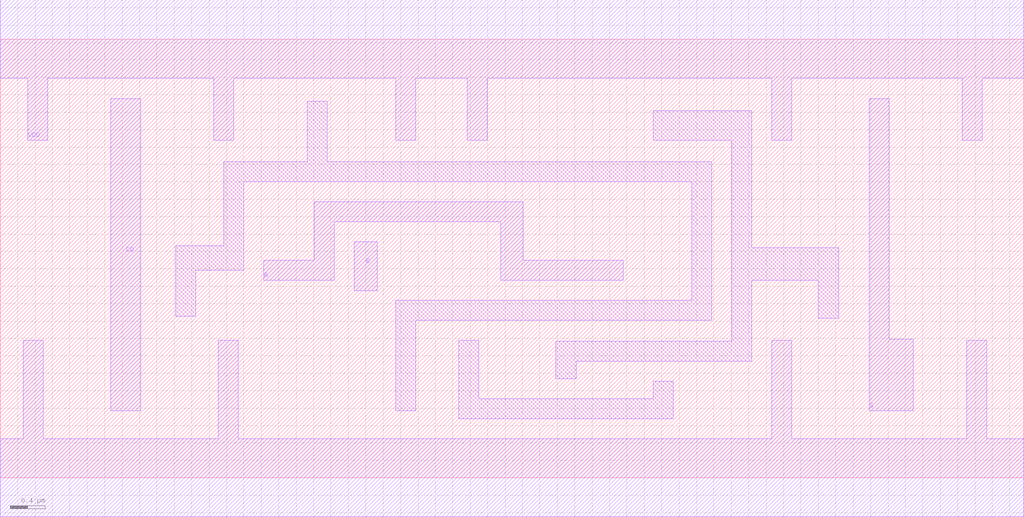
<source format=lef>
# Copyright 2022 GlobalFoundries PDK Authors
#
# Licensed under the Apache License, Version 2.0 (the "License");
# you may not use this file except in compliance with the License.
# You may obtain a copy of the License at
#
#      http://www.apache.org/licenses/LICENSE-2.0
#
# Unless required by applicable law or agreed to in writing, software
# distributed under the License is distributed on an "AS IS" BASIS,
# WITHOUT WARRANTIES OR CONDITIONS OF ANY KIND, either express or implied.
# See the License for the specific language governing permissions and
# limitations under the License.

MACRO gf180mcu_fd_sc_mcu9t5v0__addh_2
  CLASS core ;
  FOREIGN gf180mcu_fd_sc_mcu9t5v0__addh_2 0.0 0.0 ;
  ORIGIN 0 0 ;
  SYMMETRY X Y ;
  SITE GF018hv5v_green_sc9 ;
  SIZE 11.76 BY 5.04 ;
  PIN A
    DIRECTION INPUT ;
    ANTENNAGATEAREA 3.414 ;
    PORT
      LAYER Metal1 ;
        POLYGON 3.03 2.27 3.84 2.27 3.84 2.94 5.75 2.94 5.75 2.27 7.16 2.27 7.16 2.5 6.01 2.5 6.01 3.17 3.61 3.17 3.61 2.5 3.03 2.5  ;
    END
  END A
  PIN B
    DIRECTION INPUT ;
    ANTENNAGATEAREA 3.414 ;
    PORT
      LAYER Metal1 ;
        POLYGON 4.07 2.15 4.33 2.15 4.33 2.71 4.07 2.71  ;
    END
  END B
  PIN CO
    DIRECTION OUTPUT ;
    ANTENNADIFFAREA 1.821 ;
    PORT
      LAYER Metal1 ;
        POLYGON 1.27 0.77 1.615 0.77 1.615 4.355 1.27 4.355  ;
    END
  END CO
  PIN S
    DIRECTION OUTPUT ;
    ANTENNADIFFAREA 1.7295 ;
    PORT
      LAYER Metal1 ;
        POLYGON 9.985 0.77 10.49 0.77 10.49 1.59 10.215 1.59 10.215 4.355 9.985 4.355  ;
    END
  END S
  PIN VDD
    DIRECTION INOUT ;
    USE power ;
    SHAPE ABUTMENT ;
    PORT
      LAYER Metal1 ;
        POLYGON 0 4.59 0.315 4.59 0.315 3.875 0.545 3.875 0.545 4.59 2.455 4.59 2.455 3.875 2.685 3.875 2.685 4.59 4.545 4.59 4.545 3.875 4.775 3.875 4.775 4.59 5.365 4.59 5.365 3.875 5.595 3.875 5.595 4.59 8.865 4.59 8.865 3.875 9.095 3.875 9.095 4.59 9.635 4.59 11.055 4.59 11.055 3.875 11.285 3.875 11.285 4.59 11.76 4.59 11.76 5.49 9.635 5.49 0 5.49  ;
    END
  END VDD
  PIN VSS
    DIRECTION INOUT ;
    USE ground ;
    SHAPE ABUTMENT ;
    PORT
      LAYER Metal1 ;
        POLYGON 0 -0.45 11.76 -0.45 11.76 0.45 11.335 0.45 11.335 1.58 11.105 1.58 11.105 0.45 9.095 0.45 9.095 1.58 8.865 1.58 8.865 0.45 2.735 0.45 2.735 1.58 2.505 1.58 2.505 0.45 0.495 0.45 0.495 1.58 0.265 1.58 0.265 0.45 0 0.45  ;
    END
  END VSS
  OBS
      LAYER Metal1 ;
        POLYGON 5.265 0.68 7.735 0.68 7.735 1.11 7.505 1.11 7.505 0.91 5.495 0.91 5.495 1.58 5.265 1.58  ;
        POLYGON 2.015 1.855 2.245 1.855 2.245 2.385 2.8 2.385 2.8 3.4 7.945 3.4 7.945 2.04 4.545 2.04 4.545 0.77 4.775 0.77 4.775 1.81 8.175 1.81 8.175 3.63 3.755 3.63 3.755 4.325 3.525 4.325 3.525 3.63 2.57 3.63 2.57 2.665 2.015 2.665  ;
        POLYGON 7.505 3.875 8.405 3.875 8.405 1.57 6.385 1.57 6.385 1.14 6.615 1.14 6.615 1.34 8.635 1.34 8.635 2.27 9.4 2.27 9.4 1.835 9.635 1.835 9.635 2.645 8.635 2.645 8.635 4.215 7.505 4.215  ;
  END
END gf180mcu_fd_sc_mcu9t5v0__addh_2

</source>
